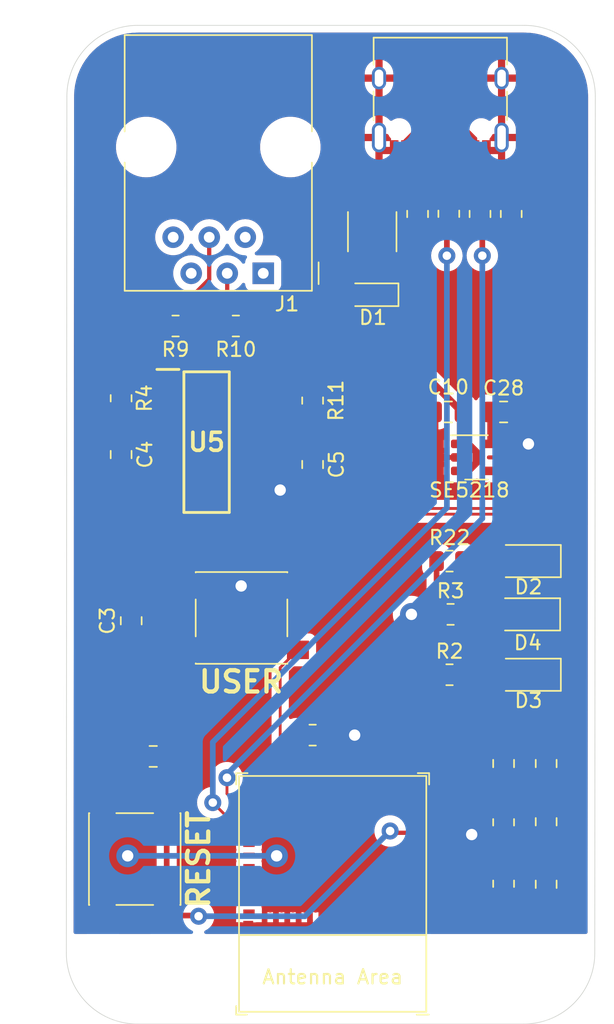
<source format=kicad_pcb>
(kicad_pcb (version 20211014) (generator pcbnew)
  (layers (0 "F.Cu" signal) (1 "In1.Cu" power "GND") (2 "In2.Cu" power "PWR") (31 "B.Cu" signal) (34 "B.Paste" user) (35 "F.Paste" user) (36 "B.SilkS" user "B.Silkscreen") (37 "F.SilkS" user "F.Silkscreen") (38 "B.Mask" user) (39 "F.Mask" user) (44 "Edge.Cuts" user))
  (net 0 "")
  (net 1 "GND")
  (net 2 "+5V")
  (net 3 "Net-(D1-Pad2)")
  (net 4 "Net-(F1-Pad1)")
  (net 5 "Net-(J2-PadA5)")
  (net 6 "Net-(J2-PadA6)")
  (net 7 "Net-(J2-PadA7)")
  (net 9 "Net-(J2-PadB5)")
  (net 11 "D-")
  (net 12 "D+")
  (net 13 "Net-(R28-Pad2)")
  (net 14 "+3.3V")
  (net 16 "GPIO_USER_SWITCH")
  (net 17 "Net-(C4-Pad2)")
  (net 18 "GPIO_LED_BLUE")
  (net 19 "Net-(D3-Pad2)")
  (net 20 "Net-(D2-Pad2)")
  (net 21 "EN")
  (net 22 "GPIO_LED_YELLOW")
  (net 23 "Net-(D4-Pad2)")
  (net 26 "Net-(J1-Pad3)")
  (net 28 "Net-(J1-Pad4)")
  (net 36 "Net-(R1-Pad2)")
  (net 45 "Net-(R4-Pad2)")
  (net 48 "Net-(R9-Pad1)")
  (net 50 "Net-(R10-Pad1)")
  (net 52 "Net-(R11-Pad2)")
  (net 59 "TX_ESP32")
  (net 60 "RX_ESP32")
  (footprint "Resistor_SMD:R_0805_2012Metric" (layer "F.Cu") (at 55.2625 51.25)
    (fp_text reference "R3" (at 0 -1.65) (layer "F.SilkS"))
    (fp_text value "470")
    (pad "1" smd roundrect (at -0.9125 0) (size 1.025 1.4) (layers "F.Cu" "F.Paste" "F.Mask") (roundrect_rratio 0.243902439) (net 14 "+3.3V"))
    (pad "2" smd roundrect (at 0.9125 0) (size 1.025 1.4) (layers "F.Cu" "F.Paste" "F.Mask") (roundrect_rratio 0.243902439) (net 23 "Net-(D4-Pad2)"))
  )
  (footprint "Package_TO_SOT_SMD:SOT-23-5" (layer "F.Cu") (at 57.0875 40.2)
    (fp_text reference "U8" hide)
    (fp_text value "SE5218")
    (pad "1" smd roundrect (at -1.1375 -0.95) (size 1.325 0.6) (layers "F.Cu" "F.Paste" "F.Mask") (net 2 "+5V"))
    (pad "2" smd roundrect (at -1.1375 0) (size 1.325 0.6) (layers "F.Cu" "F.Paste" "F.Mask") (net 1 "GND"))
    (pad "3" smd roundrect (at -1.1375 0.95) (size 1.325 0.6) (layers "F.Cu" "F.Paste" "F.Mask") (net 2 "+5V"))
    (pad "4" smd roundrect (at 1.1375 0.95) (size 1.325 0.6) (layers "F.Cu" "F.Paste" "F.Mask"))
    (pad "5" smd roundrect (at 1.1375 -0.95) (size 1.325 0.6) (layers "F.Cu" "F.Paste" "F.Mask") (net 14 "+3.3V"))
  )
  (footprint "Button_Switch_SMD:SW_Push_1P1T_NO_6x6mm_H9.5mm" (layer "F.Cu") (at 40.525 51.5 180)
    (fp_text reference "SW2" hide)
    (fp_text value "SW_Push")
    (pad "1" smd rect (at -3.975 -2.25 180) (size 1.55 1.3) (layers "F.Cu" "F.Paste" "F.Mask") (net 16 "GPIO_USER_SWITCH"))
    (pad "1" smd rect (at 3.975 -2.25 180) (size 1.55 1.3) (layers "F.Cu" "F.Paste" "F.Mask") (net 16 "GPIO_USER_SWITCH"))
    (pad "2" smd rect (at -3.975 2.25 180) (size 1.55 1.3) (layers "F.Cu" "F.Paste" "F.Mask") (net 14 "+3.3V"))
    (pad "2" smd rect (at 3.975 2.25 180) (size 1.55 1.3) (layers "F.Cu" "F.Paste" "F.Mask") (net 14 "+3.3V"))
  )
  (footprint "Connector_RJ:RJ12_Amphenol_54601" (layer "F.Cu") (at 42.0575 27.24 180)
    (fp_text reference "J1" (at -1.67 -2.16) (layer "F.SilkS"))
    (fp_text value "6P6C")
    (pad "" np_thru_hole circle (at -1.91 8.89 180) (size 3.25 3.25) (drill 3.25) (layers *.Cu *.Mask))
    (pad "" np_thru_hole circle (at 8.25 8.89 180) (size 3.25 3.25) (drill 3.25) (layers *.Cu *.Mask))
    (pad "1" thru_hole rect (at 0 0 180) (size 1.52 1.52) (drill 0.76) (layers *.Cu *.Mask))
    (pad "2" thru_hole circle (at 1.27 2.54 180) (size 1.52 1.52) (drill 0.76) (layers *.Cu *.Mask))
    (pad "3" thru_hole circle (at 2.54 0 180) (size 1.52 1.52) (drill 0.76) (layers *.Cu *.Mask) (net 26 "Net-(J1-Pad3)"))
    (pad "4" thru_hole circle (at 3.81 2.54 180) (size 1.52 1.52) (drill 0.76) (layers *.Cu *.Mask) (net 28 "Net-(J1-Pad4)"))
    (pad "5" thru_hole circle (at 5.08 0 180) (size 1.52 1.52) (drill 0.76) (layers *.Cu *.Mask))
    (pad "6" thru_hole circle (at 6.35 2.54 180) (size 1.52 1.52) (drill 0.76) (layers *.Cu *.Mask))
  )
  (footprint "Connector_USB:USB_C_Receptacle_HRO_TYPE-C-31-M-12" (layer "F.Cu") (at 54.5375 14.55 180)
    (fp_text reference "J2" hide)
    (fp_text value "USB_C_Receptacle_USB2.0")
    (pad "" np_thru_hole circle (at -2.89 -2.6 180) (size 0.65 0.65) (drill 0.65) (layers *.Cu *.Mask))
    (pad "" np_thru_hole circle (at 2.89 -2.6 180) (size 0.65 0.65) (drill 0.65) (layers *.Cu *.Mask))
    (pad "A1" smd rect (at -3.25 -4.045 180) (size 0.6 1.45) (layers "F.Cu" "F.Paste" "F.Mask") (net 1 "GND"))
    (pad "A4" smd rect (at -2.45 -4.045 180) (size 0.6 1.45) (layers "F.Cu" "F.Paste" "F.Mask") (net 4 "Net-(F1-Pad1)"))
    (pad "A5" smd rect (at -1.25 -4.045 180) (size 0.3 1.45) (layers "F.Cu" "F.Paste" "F.Mask") (net 5 "Net-(J2-PadA5)"))
    (pad "A6" smd rect (at -0.25 -4.045 180) (size 0.3 1.45) (layers "F.Cu" "F.Paste" "F.Mask") (net 6 "Net-(J2-PadA6)"))
    (pad "A7" smd rect (at 0.25 -4.045 180) (size 0.3 1.45) (layers "F.Cu" "F.Paste" "F.Mask") (net 7 "Net-(J2-PadA7)"))
    (pad "A8" smd rect (at 1.25 -4.045 180) (size 0.3 1.45) (layers "F.Cu" "F.Paste" "F.Mask"))
    (pad "A9" smd rect (at 2.45 -4.045 180) (size 0.6 1.45) (layers "F.Cu" "F.Paste" "F.Mask") (net 4 "Net-(F1-Pad1)"))
    (pad "A12" smd rect (at 3.25 -4.045 180) (size 0.6 1.45) (layers "F.Cu" "F.Paste" "F.Mask") (net 1 "GND"))
    (pad "B1" smd rect (at 3.25 -4.045 180) (size 0.6 1.45) (layers "F.Cu" "F.Paste" "F.Mask") (net 1 "GND"))
    (pad "B4" smd rect (at 2.45 -4.045 180) (size 0.6 1.45) (layers "F.Cu" "F.Paste" "F.Mask") (net 4 "Net-(F1-Pad1)"))
    (pad "B5" smd rect (at 1.75 -4.045 180) (size 0.3 1.45) (layers "F.Cu" "F.Paste" "F.Mask") (net 9 "Net-(J2-PadB5)"))
    (pad "B6" smd rect (at 0.75 -4.045 180) (size 0.3 1.45) (layers "F.Cu" "F.Paste" "F.Mask") (net 6 "Net-(J2-PadA6)"))
    (pad "B7" smd rect (at -0.75 -4.045 180) (size 0.3 1.45) (layers "F.Cu" "F.Paste" "F.Mask") (net 7 "Net-(J2-PadA7)"))
    (pad "B8" smd rect (at -1.75 -4.045 180) (size 0.3 1.45) (layers "F.Cu" "F.Paste" "F.Mask"))
    (pad "B9" smd rect (at -2.45 -4.045 180) (size 0.6 1.45) (layers "F.Cu" "F.Paste" "F.Mask") (net 4 "Net-(F1-Pad1)"))
    (pad "B12" smd rect (at -3.25 -4.045 180) (size 0.6 1.45) (layers "F.Cu" "F.Paste" "F.Mask") (net 1 "GND"))
    (pad "S1" thru_hole oval (at -4.32 1.05 180) (size 1 1.6) (drill oval 0.6 1.2) (layers *.Cu *.Mask) (net 1 "GND"))
    (pad "S1" thru_hole oval (at 4.32 1.05 180) (size 1 1.6) (drill oval 0.6 1.2) (layers *.Cu *.Mask) (net 1 "GND"))
    (pad "S1" thru_hole oval (at -4.32 -3.13 180) (size 1 2.1) (drill oval 0.6 1.7) (layers *.Cu *.Mask) (net 1 "GND"))
    (pad "S1" thru_hole oval (at 4.32 -3.13 180) (size 1 2.1) (drill oval 0.6 1.7) (layers *.Cu *.Mask) (net 1 "GND"))
  )
  (footprint "Resistor_SMD:R_0805_2012Metric" (layer "F.Cu") (at 45.5375 36.2 -90)
    (fp_text reference "R11" (at 0 -1.65 90) (layer "F.SilkS"))
    (fp_text value "100")
    (pad "1" smd roundrect (at -0.9125 0 270) (size 1.025 1.4) (layers "F.Cu" "F.Paste" "F.Mask") (roundrect_rratio 0.243902439) (net 1 "GND"))
    (pad "2" smd roundrect (at 0.9125 0 270) (size 1.025 1.4) (layers "F.Cu" "F.Paste" "F.Mask") (roundrect_rratio 0.243902439) (net 52 "Net-(R11-Pad2)"))
  )
  (footprint "LED_SMD:LED_1206_3216Metric" (layer "F.Cu") (at 60.7 51.25 180)
    (fp_text reference "D4" (at 0 -2) (layer "F.SilkS"))
    (fp_text value "LED_YELLOW")
    (pad "1" smd roundrect (at -1.4 0 180) (size 1.25 1.75) (layers "F.Cu" "F.Paste" "F.Mask") (roundrect_rratio 0.2) (net 22 "GPIO_LED_YELLOW"))
    (pad "2" smd roundrect (at 1.4 0 180) (size 1.25 1.75) (layers "F.Cu" "F.Paste" "F.Mask") (roundrect_rratio 0.2) (net 23 "Net-(D4-Pad2)"))
  )
  (footprint "Resistor_SMD:R_0805_2012Metric" (layer "F.Cu") (at 45.5375 59.75 180)
    (fp_text reference "R28" hide)
    (fp_text value "10k")
    (pad "1" smd roundrect (at -0.9125 0 180) (size 1.025 1.4) (layers "F.Cu" "F.Paste" "F.Mask") (roundrect_rratio 0.243902439) (net 14 "+3.3V"))
    (pad "2" smd roundrect (at 0.9125 0 180) (size 1.025 1.4) (layers "F.Cu" "F.Paste" "F.Mask") (roundrect_rratio 0.243902439) (net 13 "Net-(R28-Pad2)"))
  )
  (footprint "LED_SMD:LED_1206_3216Metric" (layer "F.Cu") (at 60.75 55.5 180)
    (fp_text reference "D3" (at 0 -1.82) (layer "F.SilkS"))
    (fp_text value "LED_BLUE")
    (pad "1" smd roundrect (at -1.4 0 180) (size 1.25 1.75) (layers "F.Cu" "F.Paste" "F.Mask") (roundrect_rratio 0.2) (net 18 "GPIO_LED_BLUE"))
    (pad "2" smd roundrect (at 1.4 0 180) (size 1.25 1.75) (layers "F.Cu" "F.Paste" "F.Mask") (roundrect_rratio 0.2) (net 19 "Net-(D3-Pad2)"))
  )
  (footprint "Resistor_SMD:R_0805_2012Metric" (layer "F.Cu") (at 52.9375 23.0625 90)
    (fp_text reference "R8" hide)
    (fp_text value "5k1")
    (pad "1" smd roundrect (at -0.9125 0 90) (size 1.025 1.4) (layers "F.Cu" "F.Paste" "F.Mask") (roundrect_rratio 0.243902439) (net 1 "GND"))
    (pad "2" smd roundrect (at 0.9125 0 90) (size 1.025 1.4) (layers "F.Cu" "F.Paste" "F.Mask") (roundrect_rratio 0.243902439) (net 9 "Net-(J2-PadB5)"))
  )
  (footprint "Capacitor_SMD:C_0805_2012Metric" (layer "F.Cu") (at 32.75 51.7 90)
    (fp_text reference "C3" (at 0 -1.68 90) (layer "F.SilkS"))
    (fp_text value "0.1u")
    (pad "1" smd roundrect (at -0.95 0 90) (size 1 1.45) (layers "F.Cu" "F.Paste" "F.Mask") (net 16 "GPIO_USER_SWITCH"))
    (pad "2" smd roundrect (at 0.95 0 90) (size 1 1.45) (layers "F.Cu" "F.Paste" "F.Mask") (net 14 "+3.3V"))
  )
  (footprint "Resistor_SMD:R_0805_2012Metric" (layer "F.Cu") (at 55.1375 23.05 90)
    (fp_text reference "R6" hide)
    (fp_text value "22")
    (pad "1" smd roundrect (at -0.9125 0 90) (size 1.025 1.4) (layers "F.Cu" "F.Paste" "F.Mask") (roundrect_rratio 0.243902439) (net 12 "D+"))
    (pad "2" smd roundrect (at 0.9125 0 90) (size 1.025 1.4) (layers "F.Cu" "F.Paste" "F.Mask") (roundrect_rratio 0.243902439) (net 6 "Net-(J2-PadA6)"))
  )
  (footprint "Resistor_SMD:R_0805_2012Metric" (layer "F.Cu") (at 57.3375 23.0625 -90)
    (fp_text reference "R5" hide)
    (fp_text value "22")
    (pad "1" smd roundrect (at -0.9125 0 270) (size 1.025 1.4) (layers "F.Cu" "F.Paste" "F.Mask") (roundrect_rratio 0.243902439) (net 7 "Net-(J2-PadA7)"))
    (pad "2" smd roundrect (at 0.9125 0 270) (size 1.025 1.4) (layers "F.Cu" "F.Paste" "F.Mask") (roundrect_rratio 0.243902439) (net 11 "D-"))
  )
  (footprint "Button_Switch_SMD:SW_Push_1P1T_NO_6x6mm_H9.5mm" (layer "F.Cu") (at 33 68.475 90)
    (fp_text reference "SW1" hide)
    (fp_text value "SW_Push")
    (pad "1" smd rect (at 3.975 -2.25 90) (size 1.55 1.3) (layers "F.Cu" "F.Paste" "F.Mask") (net 1 "GND"))
    (pad "1" smd rect (at -3.975 -2.25 90) (size 1.55 1.3) (layers "F.Cu" "F.Paste" "F.Mask") (net 1 "GND"))
    (pad "2" smd rect (at -3.975 2.25 90) (size 1.55 1.3) (layers "F.Cu" "F.Paste" "F.Mask") (net 21 "EN"))
    (pad "2" smd rect (at 3.975 2.25 90) (size 1.55 1.3) (layers "F.Cu" "F.Paste" "F.Mask") (net 21 "EN"))
  )
  (footprint "Capacitor_SMD:C_0805_2012Metric" (layer "F.Cu") (at 62 61.75 -90)
    (fp_text reference "C2" hide)
    (fp_text value "0.1u")
    (pad "1" smd roundrect (at -0.95 0 270) (size 1 1.45) (layers "F.Cu" "F.Paste" "F.Mask") (net 1 "GND"))
    (pad "2" smd roundrect (at 0.95 0 270) (size 1 1.45) (layers "F.Cu" "F.Paste" "F.Mask") (net 21 "EN"))
  )
  (footprint "Resistor_SMD:R_0805_2012Metric" (layer "F.Cu") (at 55.1875 47.5)
    (fp_text reference "R22" (at 0 -1.65) (layer "F.SilkS"))
    (fp_text value "470")
    (pad "1" smd roundrect (at -0.9125 0) (size 1.025 1.4) (layers "F.Cu" "F.Paste" "F.Mask") (roundrect_rratio 0.243902439) (net 14 "+3.3V"))
    (pad "2" smd roundrect (at 0.9125 0) (size 1.025 1.4) (layers "F.Cu" "F.Paste" "F.Mask") (roundrect_rratio 0.243902439) (net 20 "Net-(D2-Pad2)"))
  )
  (footprint "Resistor_SMD:R_0805_2012Metric" (layer "F.Cu") (at 59 65.8875 90)
    (fp_text reference "R21" hide)
    (fp_text value "1k")
    (pad "1" smd roundrect (at -0.9125 0 90) (size 1.025 1.4) (layers "F.Cu" "F.Paste" "F.Mask") (roundrect_rratio 0.243902439) (net 14 "+3.3V"))
    (pad "2" smd roundrect (at 0.9125 0 90) (size 1.025 1.4) (layers "F.Cu" "F.Paste" "F.Mask") (roundrect_rratio 0.243902439) (net 21 "EN"))
  )
  (footprint "Resistor_SMD:R_0805_2012Metric" (layer "F.Cu") (at 35.875 30.95 180)
    (fp_text reference "R9" (at 0 -1.65) (layer "F.SilkS"))
    (fp_text value "200")
    (pad "1" smd roundrect (at -0.9125 0 180) (size 1.025 1.4) (layers "F.Cu" "F.Paste" "F.Mask") (roundrect_rratio 0.243902439) (net 48 "Net-(R9-Pad1)"))
    (pad "2" smd roundrect (at 0.9125 0 180) (size 1.025 1.4) (layers "F.Cu" "F.Paste" "F.Mask") (roundrect_rratio 0.243902439) (net 28 "Net-(J1-Pad4)"))
  )
  (footprint "Capacitor_SMD:C_0805_2012Metric" (layer "F.Cu") (at 45.5375 40.7 -90)
    (fp_text reference "C5" (at 0 -1.68 90) (layer "F.SilkS"))
    (fp_text value "2u2")
    (pad "1" smd roundrect (at -0.95 0 270) (size 1 1.45) (layers "F.Cu" "F.Paste" "F.Mask") (net 1 "GND"))
    (pad "2" smd roundrect (at 0.95 0 270) (size 1 1.45) (layers "F.Cu" "F.Paste" "F.Mask") (net 14 "+3.3V"))
  )
  (footprint "Capacitor_SMD:C_0805_2012Metric" (layer "F.Cu") (at 55.1 37 180)
    (fp_text reference "C10" (at 0 1.75) (layer "F.SilkS"))
    (fp_text value "2u2")
    (pad "1" smd roundrect (at -0.95 0 180) (size 1 1.45) (layers "F.Cu" "F.Paste" "F.Mask") (net 2 "+5V"))
    (pad "2" smd roundrect (at 0.95 0 180) (size 1 1.45) (layers "F.Cu" "F.Paste" "F.Mask") (net 1 "GND"))
  )
  (footprint "Resistor_SMD:R_0805_2012Metric" (layer "F.Cu") (at 59.5375 23.0625 -90)
    (fp_text reference "R7" hide)
    (fp_text value "5k1")
    (pad "1" smd roundrect (at -0.9125 0 270) (size 1.025 1.4) (layers "F.Cu" "F.Paste" "F.Mask") (roundrect_rratio 0.243902439) (net 5 "Net-(J2-PadA5)"))
    (pad "2" smd roundrect (at 0.9125 0 270) (size 1.025 1.4) (layers "F.Cu" "F.Paste" "F.Mask") (roundrect_rratio 0.243902439) (net 1 "GND"))
  )
  (footprint "Capacitor_SMD:C_0805_2012Metric" (layer "F.Cu") (at 59 61.75 -90)
    (fp_text reference "C6" hide)
    (fp_text value "1u")
    (pad "1" smd roundrect (at -0.95 0 270) (size 1 1.45) (layers "F.Cu" "F.Paste" "F.Mask") (net 1 "GND"))
    (pad "2" smd roundrect (at 0.95 0 270) (size 1 1.45) (layers "F.Cu" "F.Paste" "F.Mask") (net 21 "EN"))
  )
  (footprint "Resistor_SMD:R_0805_2012Metric" (layer "F.Cu") (at 40.125 30.95 180)
    (fp_text reference "R10" (at 0 -1.65) (layer "F.SilkS"))
    (fp_text value "200")
    (pad "1" smd roundrect (at -0.9125 0 180) (size 1.025 1.4) (layers "F.Cu" "F.Paste" "F.Mask") (roundrect_rratio 0.243902439) (net 50 "Net-(R10-Pad1)"))
    (pad "2" smd roundrect (at 0.9125 0 180) (size 1.025 1.4) (layers "F.Cu" "F.Paste" "F.Mask") (roundrect_rratio 0.243902439) (net 26 "Net-(J1-Pad3)"))
  )
  (footprint "Capacitor_SMD:C_0805_2012Metric" (layer "F.Cu") (at 62 70.25 90)
    (fp_text reference "C19" hide)
    (fp_text value "10u")
    (pad "1" smd roundrect (at -0.95 0 90) (size 1 1.45) (layers "F.Cu" "F.Paste" "F.Mask") (net 1 "GND"))
    (pad "2" smd roundrect (at 0.95 0 90) (size 1 1.45) (layers "F.Cu" "F.Paste" "F.Mask") (net 14 "+3.3V"))
  )
  (footprint "Resistor_SMD:R_0805_2012Metric" (layer "F.Cu") (at 59 70.2125 90)
    (fp_text reference "R1" hide)
    (fp_text value "10k")
    (pad "1" smd roundrect (at -0.9125 0 90) (size 1.025 1.4) (layers "F.Cu" "F.Paste" "F.Mask") (roundrect_rratio 0.243902439) (net 14 "+3.3V"))
    (pad "2" smd roundrect (at 0.9125 0 90) (size 1.025 1.4) (layers "F.Cu" "F.Paste" "F.Mask") (roundrect_rratio 0.243902439) (net 36 "Net-(R1-Pad2)"))
  )
  (footprint "Capacitor_SMD:C_0805_2012Metric" (layer "F.Cu") (at 34.3 61.25)
    (fp_text reference "C1" hide)
    (fp_text value "0.1u")
    (pad "1" smd roundrect (at -0.95 0) (size 1 1.45) (layers "F.Cu" "F.Paste" "F.Mask") (net 1 "GND"))
    (pad "2" smd roundrect (at 0.95 0) (size 1 1.45) (layers "F.Cu" "F.Paste" "F.Mask") (net 21 "EN"))
  )
  (footprint "Fuse:Fuse_1812_4532Metric" (layer "F.Cu") (at 49.7375 24.3125 -90)
    (fp_text reference "F1" hide)
    (fp_text value "Fuse")
    (pad "1" smd roundrect (at -2.1375 0 270) (size 1.125 3.4) (layers "F.Cu" "F.Paste" "F.Mask") (roundrect_rratio 0.2222222222) (net 4 "Net-(F1-Pad1)"))
    (pad "2" smd roundrect (at 2.1375 0 270) (size 1.125 3.4) (layers "F.Cu" "F.Paste" "F.Mask") (roundrect_rratio 0.2222222222) (net 3 "Net-(D1-Pad2)"))
  )
  (footprint "LED_SMD:LED_1206_3216Metric" (layer "F.Cu") (at 60.75 47.5 180)
    (fp_text reference "D2" (at 0 -1.82) (layer "F.SilkS"))
    (fp_text value "LED_GREEN_3V3")
    (pad "1" smd roundrect (at -1.4 0 180) (size 1.25 1.75) (layers "F.Cu" "F.Paste" "F.Mask") (roundrect_rratio 0.2) (net 1 "GND"))
    (pad "2" smd roundrect (at 1.4 0 180) (size 1.25 1.75) (layers "F.Cu" "F.Paste" "F.Mask") (roundrect_rratio 0.2) (net 20 "Net-(D2-Pad2)"))
  )
  (footprint "Capacitor_SMD:C_0805_2012Metric" (layer "F.Cu") (at 62 65.85 -90)
    (fp_text reference "C17" hide)
    (fp_text value "0.1u")
    (pad "1" smd roundrect (at -0.95 0 270) (size 1 1.45) (layers "F.Cu" "F.Paste" "F.Mask") (net 1 "GND"))
    (pad "2" smd roundrect (at 0.95 0 270) (size 1 1.45) (layers "F.Cu" "F.Paste" "F.Mask") (net 14 "+3.3V"))
  )
  (footprint "Capacitor_SMD:C_0805_2012Metric" (layer "F.Cu") (at 32.0375 40 -90)
    (fp_text reference "C4" (at 0 -1.68 90) (layer "F.SilkS"))
    (fp_text value "0.22u")
    (pad "1" smd roundrect (at -0.95 0 270) (size 1 1.45) (layers "F.Cu" "F.Paste" "F.Mask") (net 1 "GND"))
    (pad "2" smd roundrect (at 0.95 0 270) (size 1 1.45) (layers "F.Cu" "F.Paste" "F.Mask") (net 17 "Net-(C4-Pad2)"))
  )
  (footprint "Onsemi:SOIC127P600X175-16N" (layer "F.Cu") (at 38.0625 39.125)
    (fp_text reference "U5" (at 0 0) (layer "F.SilkS") (effects (font (size 1.27 1.27) (thickness 0.254))))
    (fp_text value "NCN5150DG" hide)
    (pad "1" smd rect locked (at -2.725 -4.445 90) (size 0.65 1.55) (layers "F.Cu" "F.Paste" "F.Mask") (net 48 "Net-(R9-Pad1)"))
    (pad "2" smd rect locked (at -2.725 -3.175 90) (size 0.65 1.55) (layers "F.Cu" "F.Paste" "F.Mask"))
    (pad "3" smd rect locked (at -2.725 -1.905 90) (size 0.65 1.55) (layers "F.Cu" "F.Paste" "F.Mask"))
    (pad "4" smd rect locked (at -2.725 -0.635 90) (size 0.65 1.55) (layers "F.Cu" "F.Paste" "F.Mask") (net 45 "Net-(R4-Pad2)"))
    (pad "5" smd rect locked (at -2.725 0.635 90) (size 0.65 1.55) (layers "F.Cu" "F.Paste" "F.Mask"))
    (pad "6" smd rect locked (at -2.725 1.905 90) (size 0.65 1.55) (layers "F.Cu" "F.Paste" "F.Mask") (net 17 "Net-(C4-Pad2)"))
    (pad "7" smd rect locked (at -2.725 3.175 90) (size 0.65 1.55) (layers "F.Cu" "F.Paste" "F.Mask"))
    (pad "8" smd rect locked (at -2.725 4.445 90) (size 0.65 1.55) (layers "F.Cu" "F.Paste" "F.Mask") (net 60 "RX_ESP32"))
    (pad "9" smd rect locked (at 2.725 4.445 90) (size 0.65 1.55) (layers "F.Cu" "F.Paste" "F.Mask") (net 14 "+3.3V"))
    (pad "10" smd rect locked (at 2.725 3.175 90) (size 0.65 1.55) (layers "F.Cu" "F.Paste" "F.Mask"))
    (pad "11" smd rect locked (at 2.725 1.905 90) (size 0.65 1.55) (layers "F.Cu" "F.Paste" "F.Mask") (net 14 "+3.3V"))
    (pad "12" smd rect locked (at 2.725 0.635 90) (size 0.65 1.55) (layers "F.Cu" "F.Paste" "F.Mask"))
    (pad "13" smd rect locked (at 2.725 -0.635 90) (size 0.65 1.55) (layers "F.Cu" "F.Paste" "F.Mask") (net 59 "TX_ESP32"))
    (pad "14" smd rect locked (at 2.725 -1.905 90) (size 0.65 1.55) (layers "F.Cu" "F.Paste" "F.Mask") (net 52 "Net-(R11-Pad2)"))
    (pad "15" smd rect locked (at 2.725 -3.175 90) (size 0.65 1.55) (layers "F.Cu" "F.Paste" "F.Mask") (net 1 "GND"))
    (pad "16" smd rect locked (at 2.725 -4.445 90) (size 0.65 1.55) (layers "F.Cu" "F.Paste" "F.Mask") (net 50 "Net-(R10-Pad1)"))
  )
  (footprint "Resistor_SMD:R_0805_2012Metric" (layer "F.Cu") (at 32.0375 36.0375 -90)
    (fp_text reference "R4" (at 0 -1.65 90) (layer "F.SilkS"))
    (fp_text value "30k")
    (pad "1" smd roundrect (at -0.9125 0 270) (size 1.025 1.4) (layers "F.Cu" "F.Paste" "F.Mask") (roundrect_rratio 0.243902439) (net 1 "GND"))
    (pad "2" smd roundrect (at 0.9125 0 270) (size 1.025 1.4) (layers "F.Cu" "F.Paste" "F.Mask") (roundrect_rratio 0.243902439) (net 45 "Net-(R4-Pad2)"))
  )
  (footprint "Resistor_SMD:R_0805_2012Metric" (layer "F.Cu") (at 55.1875 55.5)
    (fp_text reference "R2" (at 0 -1.65) (layer "F.SilkS"))
    (fp_text value "470")
    (pad "1" smd roundrect (at -0.9125 0) (size 1.025 1.4) (layers "F.Cu" "F.Paste" "F.Mask") (roundrect_rratio 0.243902439) (net 14 "+3.3V"))
    (pad "2" smd roundrect (at 0.9125 0) (size 1.025 1.4) (layers "F.Cu" "F.Paste" "F.Mask") (roundrect_rratio 0.243902439) (net 19 "Net-(D3-Pad2)"))
  )
  (footprint "Diode_SMD:D_TUMD2" (layer "F.Cu") (at 49.7875 28.75 180)
    (fp_text reference "D1" (at 0 -1.6) (layer "F.SilkS"))
    (fp_text value "D_Schottky")
    (pad "1" smd rect (at -0.65 0) (size 2 1.1) (layers "F.Cu" "F.Paste" "F.Mask") (net 2 "+5V"))
    (pad "2" smd rect (at 1.25 0) (size 0.8 1.1) (layers "F.Cu" "F.Paste" "F.Mask") (net 3 "Net-(D1-Pad2)"))
  )
  (footprint "Capacitor_SMD:C_0805_2012Metric" (layer "F.Cu") (at 59 37)
    (fp_text reference "C28" (at 0 -1.68) (layer "F.SilkS"))
    (fp_text value "2u2")
    (pad "1" smd roundrect (at -0.95 0) (size 1 1.45) (layers "F.Cu" "F.Paste" "F.Mask") (net 14 "+3.3V"))
    (pad "2" smd roundrect (at 0.95 0) (size 1 1.45) (layers "F.Cu" "F.Paste" "F.Mask") (net 1 "GND"))
  )
  (footprint "Espressif:ESP32-C3-MINI-1" (layer "F.Cu") (at 46.95 70.925 180)
    (fp_text reference "U1" hide)
    (fp_text value "ESP32-C3-MINI-1")
    (fp_text user "Antenna Area" (at 0 -5.85) (layer "F.SilkS"))
    (pad "1" smd rect (at -5.9 -1.3 270) (size 0.4 0.8) (layers "F.Cu" "F.Paste" "F.Mask") (net 1 "GND"))
    (pad "2" smd rect (at -5.9 -0.5 270) (size 0.4 0.8) (layers "F.Cu" "F.Paste" "F.Mask") (net 1 "GND"))
    (pad "3" smd rect (at -5.9 0.3 270) (size 0.4 0.8) (layers "F.Cu" "F.Paste" "F.Mask") (net 14 "+3.3V"))
    (pad "4" smd rect (at -5.9 1.1 270) (size 0.4 0.8) (layers "F.Cu" "F.Paste" "F.Mask"))
    (pad "5" smd rect (at -5.9 1.9 270) (size 0.4 0.8) (layers "F.Cu" "F.Paste" "F.Mask") (net 36 "Net-(R1-Pad2)"))
    (pad "6" smd rect (at -5.9 2.7 270) (size 0.4 0.8) (layers "F.Cu" "F.Paste" "F.Mask"))
    (pad "7" smd rect (at -5.9 3.5 270) (size 0.4 0.8) (layers "F.Cu" "F.Paste" "F.Mask"))
    (pad "8" smd rect (at -5.9 4.3 270) (size 0.4 0.8) (layers "F.Cu" "F.Paste" "F.Mask") (net 21 "EN"))
    (pad "9" smd rect (at -5.9 5.1 270) (size 0.4 0.8) (layers "F.Cu" "F.Paste" "F.Mask"))
    (pad "10" smd rect (at -5.9 5.9 270) (size 0.4 0.8) (layers "F.Cu" "F.Paste" "F.Mask"))
    (pad "11" smd rect (at -5.9 6.7 270) (size 0.4 0.8) (layers "F.Cu" "F.Paste" "F.Mask") (net 1 "GND"))
    (pad "12" smd rect (at -4.8 7.6 180) (size 0.4 0.8) (layers "F.Cu" "F.Paste" "F.Mask"))
    (pad "13" smd rect (at -4 7.6 180) (size 0.4 0.8) (layers "F.Cu" "F.Paste" "F.Mask"))
    (pad "14" smd rect (at -3.2 7.6 180) (size 0.4 0.8) (layers "F.Cu" "F.Paste" "F.Mask") (net 1 "GND"))
    (pad "15" smd rect (at -2.4 7.6 180) (size 0.4 0.8) (layers "F.Cu" "F.Paste" "F.Mask"))
    (pad "16" smd rect (at -1.6 7.6 180) (size 0.4 0.8) (layers "F.Cu" "F.Paste" "F.Mask"))
    (pad "17" smd rect (at -0.8 7.6 180) (size 0.4 0.8) (layers "F.Cu" "F.Paste" "F.Mask"))
    (pad "18" smd rect (at 0 7.6 180) (size 0.4 0.8) (layers "F.Cu" "F.Paste" "F.Mask") (net 59 "TX_ESP32"))
    (pad "19" smd rect (at 0.8 7.6 180) (size 0.4 0.8) (layers "F.Cu" "F.Paste" "F.Mask") (net 60 "RX_ESP32"))
    (pad "20" smd rect (at 1.6 7.6 180) (size 0.4 0.8) (layers "F.Cu" "F.Paste" "F.Mask") (net 22 "GPIO_LED_YELLOW"))
    (pad "21" smd rect (at 2.4 7.6 180) (size 0.4 0.8) (layers "F.Cu" "F.Paste" "F.Mask") (net 18 "GPIO_LED_BLUE"))
    (pad "22" smd rect (at 3.2 7.6 180) (size 0.4 0.8) (layers "F.Cu" "F.Paste" "F.Mask") (net 13 "Net-(R28-Pad2)"))
    (pad "23" smd rect (at 4 7.6 180) (size 0.4 0.8) (layers "F.Cu" "F.Paste" "F.Mask") (net 16 "GPIO_USER_SWITCH"))
    (pad "24" smd rect (at 4.8 7.6 180) (size 0.4 0.8) (layers "F.Cu" "F.Paste" "F.Mask"))
    (pad "25" smd rect (at 5.9 6.7 270) (size 0.4 0.8) (layers "F.Cu" "F.Paste" "F.Mask"))
    (pad "26" smd rect (at 5.9 5.9 270) (size 0.4 0.8) (layers "F.Cu" "F.Paste" "F.Mask") (net 11 "D-"))
    (pad "27" smd rect (at 5.9 5.1 270) (size 0.4 0.8) (layers "F.Cu" "F.Paste" "F.Mask") (net 12 "D+"))
    (pad "28" smd rect (at 5.9 4.3 270) (size 0.4 0.8) (layers "F.Cu" "F.Paste" "F.Mask"))
    (pad "29" smd rect (at 5.9 3.5 270) (size 0.4 0.8) (layers "F.Cu" "F.Paste" "F.Mask"))
    (pad "30" smd rect (at 5.9 2.7 270) (size 0.4 0.8) (layers "F.Cu" "F.Paste" "F.Mask"))
    (pad "31" smd rect (at 5.9 1.9 270) (size 0.4 0.8) (layers "F.Cu" "F.Paste" "F.Mask"))
    (pad "32" smd rect (at 5.9 1.1 270) (size 0.4 0.8) (layers "F.Cu" "F.Paste" "F.Mask"))
    (pad "33" smd rect (at 5.9 0.3 270) (size 0.4 0.8) (layers "F.Cu" "F.Paste" "F.Mask"))
    (pad "34" smd rect (at 5.9 -0.5 270) (size 0.4 0.8) (layers "F.Cu" "F.Paste" "F.Mask"))
    (pad "35" smd rect (at 5.9 -1.3 270) (size 0.4 0.8) (layers "F.Cu" "F.Paste" "F.Mask"))
    (pad "36" smd rect (at 4.8 -2.2 180) (size 0.4 0.8) (layers "F.Cu" "F.Paste" "F.Mask") (net 1 "GND"))
    (pad "37" smd rect (at 4 -2.2 180) (size 0.4 0.8) (layers "F.Cu" "F.Paste" "F.Mask") (net 1 "GND"))
    (pad "38" smd rect (at 3.2 -2.2 180) (size 0.4 0.8) (layers "F.Cu" "F.Paste" "F.Mask") (net 1 "GND"))
    (pad "39" smd rect (at 2.4 -2.2 180) (size 0.4 0.8) (layers "F.Cu" "F.Paste" "F.Mask") (net 1 "GND"))
    (pad "40" smd rect (at 1.6 -2.2 180) (size 0.4 0.8) (layers "F.Cu" "F.Paste" "F.Mask") (net 1 "GND"))
    (pad "41" smd rect (at 0.8 -2.2 180) (size 0.4 0.8) (layers "F.Cu" "F.Paste" "F.Mask") (net 1 "GND"))
    (pad "42" smd rect (at 0 -2.2 180) (size 0.4 0.8) (layers "F.Cu" "F.Paste" "F.Mask") (net 1 "GND"))
    (pad "43" smd rect (at -0.8 -2.2 180) (size 0.4 0.8) (layers "F.Cu" "F.Paste" "F.Mask") (net 1 "GND"))
    (pad "44" smd rect (at -1.6 -2.2 180) (size 0.4 0.8) (layers "F.Cu" "F.Paste" "F.Mask") (net 1 "GND"))
    (pad "45" smd rect (at -2.4 -2.2 180) (size 0.4 0.8) (layers "F.Cu" "F.Paste" "F.Mask") (net 1 "GND"))
    (pad "46" smd rect (at -3.2 -2.2 180) (size 0.4 0.8) (layers "F.Cu" "F.Paste" "F.Mask") (net 1 "GND"))
    (pad "47" smd rect (at -4 -2.2 180) (size 0.4 0.8) (layers "F.Cu" "F.Paste" "F.Mask") (net 1 "GND"))
    (pad "48" smd rect (at -4.8 -2.2 180) (size 0.4 0.8) (layers "F.Cu" "F.Paste" "F.Mask") (net 1 "GND"))
    (pad "49" smd rect (at 0 2.7 270) (size 1.45 1.45) (layers "F.Cu" "F.Paste" "F.Mask") (net 1 "GND"))
    (pad "49" smd rect (at 0 4.675 270) (size 1.45 1.45) (layers "F.Cu" "F.Paste" "F.Mask") (net 1 "GND"))
    (pad "49" smd custom (at -1.975 0.725 180) (size 0.8 0.8) (layers "F.Cu" "F.Paste" "F.Mask") (net 1 "GND") (options (clearance outline) (anchor rect)) (primitives (gr_poly (pts (xy 0.725 0.725) (xy -0.725 0.725) (xy -0.725 -0.125) (xy -0.125 -0.725) (xy 0.725 -0.725)) (width 0) (fill yes))))
    (pad "49" smd rect (at 1.975 4.675 270) (size 1.45 1.45) (layers "F.Cu" "F.Paste" "F.Mask") (net 1 "GND"))
    (pad "49" smd rect (at 1.975 2.7 270) (size 1.45 1.45) (layers "F.Cu" "F.Paste" "F.Mask") (net 1 "GND"))
    (pad "49" smd rect (at -1.975 2.7 270) (size 1.45 1.45) (layers "F.Cu" "F.Paste" "F.Mask") (net 1 "GND"))
    (pad "49" smd rect (at 1.975 0.725 270) (size 1.45 1.45) (layers "F.Cu" "F.Paste" "F.Mask") (net 1 "GND"))
    (pad "49" smd rect (at -1.975 4.675 270) (size 1.45 1.45) (layers "F.Cu" "F.Paste" "F.Mask") (net 1 "GND"))
    (pad "49" smd rect (at 0 0.725 270) (size 1.45 1.45) (layers "F.Cu" "F.Paste" "F.Mask") (net 1 "GND"))
    (pad "50" smd rect (at 5.95 -2.25 270) (size 0.7 0.7) (layers "F.Cu" "F.Paste" "F.Mask") (net 1 "GND"))
    (pad "51" smd rect (at 5.95 7.65 270) (size 0.7 0.7) (layers "F.Cu" "F.Paste" "F.Mask") (net 1 "GND"))
    (pad "52" smd rect (at -5.95 7.65 270) (size 0.7 0.7) (layers "F.Cu" "F.Paste" "F.Mask") (net 1 "GND"))
    (pad "53" smd rect (at -5.95 -2.25 270) (size 0.7 0.7) (layers "F.Cu" "F.Paste" "F.Mask") (net 1 "GND"))
  )
  (gr_arc (start 33.176966 80.085534) (mid 29.641432 78.621068) (end 28.176966 75.085534) (layer "Edge.Cuts") (width 0.05))
  (gr_line (start 65.464466 14.785534) (end 65.426966 75.085534) (layer "Edge.Cuts") (width 0.05))
  (gr_line (start 60.426966 80.085534) (end 33.176966 80.085534) (layer "Edge.Cuts") (width 0.05))
  (gr_arc (start 60.464466 9.785534) (mid 64 11.25) (end 65.464466 14.785534) (layer "Edge.Cuts") (width 0.05))
  (gr_arc (start 28.214466 14.785534) (mid 29.678932 11.25) (end 33.214466 9.785534) (layer "Edge.Cuts") (width 0.05))
  (gr_line (start 33.214466 9.785534) (end 60.464466 9.785534) (layer "Edge.Cuts") (width 0.05))
  (gr_arc (start 65.426966 75.085534) (mid 63.9625 78.621068) (end 60.426966 80.085534) (layer "Edge.Cuts") (width 0.05))
  (gr_line (start 28.176966 75.085534) (end 28.214466 14.785534) (layer "Edge.Cuts") (width 0.05))
  (gr_text "RESET" (at 37.5 68.5 90) (layer "F.SilkS") (effects (font (size 1.5 1.5) (thickness 0.3))))
  (gr_text "USER" (at 40.5 56) (layer "F.SilkS") (effects (font (size 1.5 1.5) (thickness 0.3))))
  (gr_text "SE5218" (at 56.5875 42.5) (layer "F.SilkS") (effects (font (size 1 1))))
  (segment (start 52.9 63.275) (end 56.525 63.275) (width 0.4) (layer "F.Cu") (net 1))
  (segment (start 50.15 63.9) (end 50.475 64.225) (width 0.2) (layer "F.Cu") (net 1))
  (segment (start 56.525 63.275) (end 59 60.8) (width 0.4) (layer "F.Cu") (net 1))
  (segment (start 50.475 64.225) (end 52.85 64.225) (width 0.2) (layer "F.Cu") (net 1))
  (segment (start 50.15 63.325) (end 50.15 63.9) (width 0.2) (layer "F.Cu") (net 1))
  (via (at 43 68.25) (size 1.6) (drill 0.8) (layers "F.Cu" "B.Cu") (net 1))
  (via (at 32.5 68.25) (size 1.6) (drill 0.8) (layers "F.Cu" "B.Cu") (net 1))
  (segment (start 43 68.25) (end 32.5 68.25) (width 0.4) (layer "B.Cu") (net 1))
  (segment (start 56.511028 41.15) (end 57.0625 40.598528) (width 0.5) (layer "F.Cu") (net 2))
  (segment (start 55.95 39.25) (end 55.95 37.1) (width 0.5) (layer "F.Cu") (net 2))
  (segment (start 50.4375 31.3875) (end 50.4375 28.75) (width 0.5) (layer "F.Cu") (net 2))
  (segment (start 55.95 37.1) (end 56.05 37) (width 0.5) (layer "F.Cu") (net 2))
  (segment (start 57.0625 39.801472) (end 56.511028 39.25) (width 0.5) (layer "F.Cu") (net 2))
  (segment (start 56.05 37) (end 50.4375 31.3875) (width 0.5) (layer "F.Cu") (net 2))
  (segment (start 56.511028 39.25) (end 55.95 39.25) (width 0.5) (layer "F.Cu") (net 2))
  (segment (start 55.95 41.15) (end 56.511028 41.15) (width 0.5) (layer "F.Cu") (net 2))
  (segment (start 57.0625 40.598528) (end 57.0625 39.801472) (width 0.5) (layer "F.Cu") (net 2))
  (segment (start 48.5375 27.65) (end 49.7375 26.45) (width 0.5) (layer "F.Cu") (net 3))
  (segment (start 48.5375 28.75) (end 48.5375 27.65) (width 0.5) (layer "F.Cu") (net 3))
  (segment (start 56.9875 17.7625) (end 56.345 17.12) (width 0.3) (layer "F.Cu") (net 4))
  (segment (start 56.345 17.12) (end 52.88 17.12) (width 0.3) (layer "F.Cu") (net 4))
  (segment (start 52.0875 18.595) (end 52.0875 19.825) (width 0.5) (layer "F.Cu") (net 4))
  (segment (start 52.88 17.12) (end 52.0875 17.9125) (width 0.3) (layer "F.Cu") (net 4))
  (segment (start 52.0875 19.825) (end 49.7375 22.175) (width 0.5) (layer "F.Cu") (net 4))
  (segment (start 56.9875 18.595) (end 56.9875 17.7625) (width 0.3) (layer "F.Cu") (net 4))
  (segment (start 52.0875 17.9125) (end 52.0875 18.595) (width 0.3) (layer "F.Cu") (net 4))
  (segment (start 58.6375 21.25) (end 59.5375 22.15) (width 0.2) (layer "F.Cu") (net 5))
  (segment (start 55.7875 19.57) (end 57.4675 21.25) (width 0.2) (layer "F.Cu") (net 5))
  (segment (start 57.4675 21.25) (end 58.6375 21.25) (width 0.2) (layer "F.Cu") (net 5))
  (segment (start 55.7875 18.595) (end 55.7875 19.57) (width 0.2) (layer "F.Cu") (net 5))
  (segment (start 55.1375 22.1375) (end 55.1375 20.1375) (width 0.2) (layer "F.Cu") (net 6))
  (segment (start 54.7875 19.7875) (end 54.7875 18.595) (width 0.2) (layer "F.Cu") (net 6))
  (segment (start 55.1375 20.1375) (end 54.7875 19.7875) (width 0.2) (layer "F.Cu") (net 6))
  (segment (start 54.005 19.7875) (end 54.7875 19.7875) (width 0.2) (layer "F.Cu") (net 6))
  (segment (start 53.7875 18.595) (end 53.7875 19.57) (width 0.2) (layer "F.Cu") (net 6))
  (segment (start 53.7875 19.57) (end 54.005 19.7875) (width 0.2) (layer "F.Cu") (net 6))
  (segment (start 54.2875 17.62) (end 54.3375 17.57) (width 0.2) (layer "F.Cu") (net 7))
  (segment (start 55.2875 19.721814) (end 57.3375 21.771814) (width 0.2) (layer "F.Cu") (net 7))
  (segment (start 55.2875 18.595) (end 55.2875 19.721814) (width 0.2) (layer "F.Cu") (net 7))
  (segment (start 54.2875 18.595) (end 54.2875 17.62) (width 0.2) (layer "F.Cu") (net 7))
  (segment (start 55.2375 17.57) (end 55.2875 17.62) (width 0.2) (layer "F.Cu") (net 7))
  (segment (start 57.3375 21.771814) (end 57.3375 22.15) (width 0.2) (layer "F.Cu") (net 7))
  (segment (start 55.2875 17.62) (end 55.2875 18.595) (width 0.2) (layer "F.Cu") (net 7))
  (segment (start 54.3375 17.57) (end 55.2375 17.57) (width 0.2) (layer "F.Cu") (net 7))
  (segment (start 52.7875 22) (end 52.9375 22.15) (width 0.2) (layer "F.Cu") (net 9))
  (segment (start 52.7875 18.595) (end 52.7875 22) (width 0.2) (layer "F.Cu") (net 9))
  (segment (start 57.5 24.1375) (end 57.3375 23.975) (width 0.4) (layer "F.Cu") (net 11))
  (segment (start 39.5 62.75) (end 39.5 63.875) (width 0.2) (layer "F.Cu") (net 11))
  (segment (start 40.65 65.025) (end 41.05 65.025) (width 0.2) (layer "F.Cu") (net 11))
  (segment (start 57.5 26) (end 57.5 24.1375) (width 0.4) (layer "F.Cu") (net 11))
  (segment (start 39.5 63.875) (end 40.65 65.025) (width 0.2) (layer "F.Cu") (net 11))
  (via (at 57.5 26) (size 1.2) (drill 0.6) (layers "F.Cu" "B.Cu") (net 11))
  (via (at 39.5 62.75) (size 1.2) (drill 0.6) (layers "F.Cu" "B.Cu") (net 11))
  (segment (start 57.5 44.5) (end 39.5 62.5) (width 0.4) (layer "B.Cu") (net 11))
  (segment (start 57.5 26) (end 57.5 44.5) (width 0.4) (layer "B.Cu") (net 11))
  (segment (start 39.5 62.5) (end 39.5 62.75) (width 0.4) (layer "B.Cu") (net 11))
  (segment (start 41.05 65.825) (end 39.825 65.825) (width 0.2) (layer "F.Cu") (net 12))
  (segment (start 55 26) (end 55 24.1) (width 0.4) (layer "F.Cu") (net 12))
  (segment (start 39.825 65.825) (end 38.5 64.5) (width 0.2) (layer "F.Cu") (net 12))
  (segment (start 55 24.1) (end 55.1375 23.9625) (width 0.4) (layer "F.Cu") (net 12))
  (via (at 55 26) (size 1.2) (drill 0.6) (layers "F.Cu" "B.Cu") (net 12))
  (via (at 38.5 64.5) (size 1.2) (drill 0.6) (layers "F.Cu" "B.Cu") (net 12))
  (segment (start 55 26) (end 55 43.75) (width 0.4) (layer "B.Cu") (net 12))
  (segment (start 38.5 60.25) (end 38.5 64.5) (width 0.4) (layer "B.Cu") (net 12))
  (segment (start 55 43.75) (end 38.5 60.25) (width 0.4) (layer "B.Cu") (net 12))
  (segment (start 43.75 63.325) (end 43.75 60.625) (width 0.2) (layer "F.Cu") (net 13))
  (segment (start 43.75 60.625) (end 44.625 59.75) (width 0.2) (layer "F.Cu") (net 13))
  (segment (start 58.05 37) (end 58.05 39.075) (width 0.4) (layer "F.Cu") (net 14))
  (segment (start 45.5375 41.65) (end 44.1 41.65) (width 0.4) (layer "F.Cu") (net 14))
  (segment (start 44.1 41.65) (end 43.25 42.5) (width 0.4) (layer "F.Cu") (net 14))
  (segment (start 42.18 43.57) (end 43.25 42.5) (width 0.4) (layer "F.Cu") (net 14))
  (segment (start 58.95 66.75) (end 59 66.8) (width 0.4) (layer "F.Cu") (net 14))
  (segment (start 62 66.8) (end 62 69.3) (width 0.4) (layer "F.Cu") (net 14))
  (segment (start 54.275 51.175) (end 54.35 51.25) (width 0.4) (layer "F.Cu") (net 14))
  (segment (start 40.7875 41.03) (end 41.78 41.03) (width 0.4) (layer "F.Cu") (net 14))
  (segment (start 34.25 49.25) (end 32.75 50.75) (width 0.4) (layer "F.Cu") (net 14))
  (segment (start 54.275 47.5) (end 54.275 51.175) (width 0.4) (layer "F.Cu") (net 14))
  (segment (start 54.35 55.425) (end 54.275 55.5) (width 0.4) (layer "F.Cu") (net 14))
  (segment (start 60.75 39.25) (end 58.225 39.25) (width 0.4) (layer "F.Cu") (net 14))
  (segment (start 60.175 71.125) (end 62 69.3) (width 0.4) (layer "F.Cu") (net 14))
  (segment (start 40.7875 43.57) (end 42.18 43.57) (width 0.4) (layer "F.Cu") (net 14))
  (segment (start 36.55 49.25) (end 34.25 49.25) (width 0.4) (layer "F.Cu") (net 14))
  (segment (start 48.5 59.75) (end 46.45 59.75) (width 0.4) (layer "F.Cu") (net 14))
  (segment (start 58.05 39.075) (end 58.225 39.25) (width 0.4) (layer "F.Cu") (net 14))
  (segment (start 54.35 51.25) (end 54.35 55.425) (width 0.4) (layer "F.Cu") (net 14))
  (segment (start 44.5 49.25) (end 40.5 49.25) (width 0.4) (layer "F.Cu") (net 14))
  (segment (start 59 71.125) (end 60.175 71.125) (width 0.4) (layer "F.Cu") (net 14))
  (segment (start 52.85 70.625) (end 58.5 70.625) (width 0.3) (layer "F.Cu") (net 14))
  (segment (start 54.35 51.25) (end 52.5 51.25) (width 0.4) (layer "F.Cu") (net 14))
  (segment (start 56.75 66.75) (end 58.95 66.75) (width 0.4) (layer "F.Cu") (net 14))
  (segment (start 59 66.8) (end 62 66.8) (width 0.4) (layer "F.Cu") (net 14))
  (segment (start 41.78 41.03) (end 43.25 42.5) (width 0.4) (layer "F.Cu") (net 14))
  (segment (start 58.5 70.625) (end 59 71.125) (width 0.3) (layer "F.Cu") (net 14))
  (segment (start 40.5 49.25) (end 36.55 49.25) (width 0.4) (layer "F.Cu") (net 14))
  (via (at 43.25 42.5) (size 1.6) (drill 0.8) (layers "F.Cu" "B.Cu") (net 14))
  (via (at 56.75 66.75) (size 1.6) (drill 0.8) (layers "F.Cu" "B.Cu") (net 14))
  (via (at 52.5 51.25) (size 1.6) (drill 0.8) (layers "F.Cu" "B.Cu") (net 14))
  (via (at 60.75 39.25) (size 1.6) (drill 0.8) (layers "F.Cu" "B.Cu") (net 14))
  (via (at 48.5 59.75) (size 1.6) (drill 0.8) (layers "F.Cu" "B.Cu") (net 14))
  (via (at 40.5 49.25) (size 1.6) (drill 0.8) (layers "F.Cu" "B.Cu") (net 14))
  (segment (start 44.5 53.75) (end 36.55 53.75) (width 0.4) (layer "F.Cu") (net 16))
  (segment (start 36.55 53.75) (end 33.85 53.75) (width 0.4) (layer "F.Cu") (net 16))
  (segment (start 43.25 55) (end 44.5 53.75) (width 0.2) (layer "F.Cu") (net 16))
  (segment (start 33.85 53.75) (end 32.75 52.65) (width 0.4) (layer "F.Cu") (net 16))
  (segment (start 42.95 63.325) (end 43.25 63.025) (width 0.2) (layer "F.Cu") (net 16))
  (segment (start 43.25 63.025) (end 43.25 55) (width 0.2) (layer "F.Cu") (net 16))
  (segment (start 35.3375 41.03) (end 32.1175 41.03) (width 0.3) (layer "F.Cu") (net 17))
  (segment (start 32.1175 41.03) (end 32.0375 40.95) (width 0.3) (layer "F.Cu") (net 17))
  (segment (start 46.249999 60.934315) (end 44.55 62.634314) (width 0.2) (layer "F.Cu") (net 18))
  (segment (start 62.15 55.5) (end 60.3 57.35) (width 0.2) (layer "F.Cu") (net 18))
  (segment (start 57.084315 57.35) (end 53.5 60.934315) (width 0.2) (layer "F.Cu") (net 18))
  (segment (start 44.55 62.634314) (end 44.55 63.325) (width 0.2) (layer "F.Cu") (net 18))
  (segment (start 53.5 60.934315) (end 46.249999 60.934315) (width 0.2) (layer "F.Cu") (net 18))
  (segment (start 60.3 57.35) (end 57.084315 57.35) (width 0.2) (layer "F.Cu") (net 18))
  (segment (start 59.35 55.5) (end 56.1 55.5) (width 0.4) (layer "F.Cu") (net 19))
  (segment (start 59.35 47.5) (end 56.1 47.5) (width 0.4) (layer "F.Cu") (net 20))
  (segment (start 35.25 64.5) (end 35.25 72.45) (width 0.4) (layer "F.Cu") (net 21))
  (segment (start 52.85 66.625) (end 51.125 66.625) (width 0.3) (layer "F.Cu") (net 21))
  (segment (start 37.45 72.45) (end 37.5 72.5) (width 0.4) (layer "F.Cu") (net 21))
  (segment (start 51.125 66.625) (end 51 66.5) (width 0.3) (layer "F.Cu") (net 21))
  (segment (start 35.25 72.45) (end 37.45 72.45) (width 0.4) (layer "F.Cu") (net 21))
  (segment (start 35.25 64.5) (end 35.25 61.25) (width 0.4) (layer "F.Cu") (net 21))
  (segment (start 56.275 64.975) (end 59 64.975) (width 0.3) (layer "F.Cu") (net 21))
  (segment (start 52.85 66.625) (end 54.625 66.625) (width 0.3) (layer "F.Cu") (net 21))
  (segment (start 59 62.7) (end 59 64.975) (width 0.4) (layer "F.Cu") (net 21))
  (segment (start 54.625 66.625) (end 56.275 64.975) (width 0.3) (layer "F.Cu") (net 21))
  (segment (start 62 62.7) (end 59 62.7) (width 0.4) (layer "F.Cu") (net 21))
  (via (at 37.5 72.5) (size 1.2) (drill 0.6) (layers "F.Cu" "B.Cu") (net 21))
  (via (at 51 66.5) (size 1.2) (drill 0.6) (layers "F.Cu" "B.Cu") (net 21))
  (segment (start 45 72.5) (end 51 66.5) (width 0.4) (layer "B.Cu") (net 21))
  (segment (start 37.5 72.5) (end 45 72.5) (width 0.4) (layer "B.Cu") (net 21))
  (segment (start 61.75 57.75) (end 57.25 57.75) (width 0.2) (layer "F.Cu") (net 22))
  (segment (start 45.35 62.4) (end 45.35 63.325) (width 0.2) (layer "F.Cu") (net 22))
  (segment (start 62.1 51.25) (end 63.075 52.225) (width 0.2) (layer "F.Cu") (net 22))
  (segment (start 57.25 57.75) (end 53.5 61.5) (width 0.2) (layer "F.Cu") (net 22))
  (segment (start 63.075 56.425) (end 61.75 57.75) (width 0.2) (layer "F.Cu") (net 22))
  (segment (start 46.25 61.5) (end 45.35 62.4) (width 0.2) (layer "F.Cu") (net 22))
  (segment (start 63.075 52.225) (end 63.075 56.425) (width 0.2) (layer "F.Cu") (net 22))
  (segment (start 53.5 61.5) (end 46.25 61.5) (width 0.2) (layer "F.Cu") (net 22))
  (segment (start 59.3 51.25) (end 56.175 51.25) (width 0.4) (layer "F.Cu") (net 23))
  (segment (start 39.2125 30.95) (end 39.5175 30.645) (width 0.3) (layer "F.Cu") (net 26))
  (segment (start 39.5175 30.645) (end 39.5175 27.24) (width 0.3) (layer "F.Cu") (net 26))
  (segment (start 38.2475 24.7) (end 38.2475 27.665) (width 0.3) (layer "F.Cu") (net 28))
  (segment (start 38.2475 27.665) (end 34.9625 30.95) (width 0.3) (layer "F.Cu") (net 28))
  (segment (start 58.725 69.025) (end 59 69.3) (width 0.3) (layer "F.Cu") (net 36))
  (segment (start 52.85 69.025) (end 58.725 69.025) (width 0.3) (layer "F.Cu") (net 36))
  (segment (start 35.3375 38.49) (end 33.5775 38.49) (width 0.3) (layer "F.Cu") (net 45))
  (segment (start 33.5775 38.49) (end 32.0375 36.95) (width 0.3) (layer "F.Cu") (net 45))
  (segment (start 36.7875 30.95) (end 35.3375 32.4) (width 0.3) (layer "F.Cu") (net 48))
  (segment (start 35.3375 32.4) (end 35.3375 34.68) (width 0.3) (layer "F.Cu") (net 48))
  (segment (start 40.7875 31.2) (end 40.7875 34.68) (width 0.3) (layer "F.Cu") (net 50))
  (segment (start 41.0375 30.95) (end 40.7875 31.2) (width 0.3) (layer "F.Cu") (net 50))
  (segment (start 45.43 37.22) (end 40.7875 37.22) (width 0.4) (layer "F.Cu") (net 52))
  (segment (start 45.5375 37.1125) (end 45.43 37.22) (width 0.4) (layer "F.Cu") (net 52))
  (segment (start 49.185317 43.795) (end 60.788502 43.795) (width 0.2) (layer "F.Cu") (net 59))
  (segment (start 46.95 62.925) (end 46.95 63.325) (width 0.2) (layer "F.Cu") (net 59))
  (segment (start 43.2975 40.55) (end 45.940317 40.55) (width 0.2) (layer "F.Cu") (net 59))
  (segment (start 62.081372 58.55) (end 59.015686 58.55) (width 0.2) (layer "F.Cu") (net 59))
  (segment (start 45.940317 40.55) (end 49.185317 43.795) (width 0.2) (layer "F.Cu") (net 59))
  (segment (start 60.788502 43.795) (end 63.875 46.881497) (width 0.2) (layer "F.Cu") (net 59))
  (segment (start 63.875 56.756371) (end 62.081372 58.55) (width 0.2) (layer "F.Cu") (net 59))
  (segment (start 47.475 62.4) (end 46.95 62.925) (width 0.2) (layer "F.Cu") (net 59))
  (segment (start 55.165686 62.4) (end 47.475 62.4) (width 0.2) (layer "F.Cu") (net 59))
  (segment (start 40.7875 38.49) (end 41.2375 38.49) (width 0.2) (layer "F.Cu") (net 59))
  (segment (start 59.015686 58.55) (end 55.165686 62.4) (width 0.2) (layer "F.Cu") (net 59))
  (segment (start 63.875 46.881497) (end 63.875 56.756371) (width 0.2) (layer "F.Cu") (net 59))
  (segment (start 41.2375 38.49) (end 43.2975 40.55) (width 0.2) (layer "F.Cu") (net 59))
  (segment (start 63.475 47.047183) (end 60.622817 44.195) (width 0.2) (layer "F.Cu") (net 60))
  (segment (start 60.622817 44.195) (end 35.9625 44.195) (width 0.2) (layer "F.Cu") (net 60))
  (segment (start 58.85 58.15) (end 61.915686 58.15) (width 0.2) (layer "F.Cu") (net 60))
  (segment (start 55 62) (end 58.85 58.15) (width 0.2) (layer "F.Cu") (net 60))
  (segment (start 35.9625 44.195) (end 35.3375 43.57) (width 0.2) (layer "F.Cu") (net 60))
  (segment (start 46.15 62.6) (end 46.75 62) (width 0.2) (layer "F.Cu") (net 60))
  (segment (start 46.75 62) (end 55 62) (width 0.2) (layer "F.Cu") (net 60))
  (segment (start 46.15 63.325) (end 46.15 62.6) (width 0.2) (layer "F.Cu") (net 60))
  (segment (start 63.475 56.590686) (end 63.475 47.047183) (width 0.2) (layer "F.Cu") (net 60))
  (segment (start 61.915686 58.15) (end 63.475 56.590686) (width 0.2) (layer "F.Cu") (net 60))
  (zone (net 1) (net_name "GND") (layer "F.Cu") (connect_pads (clearance 0.508)) (min_thickness 0.254) (fill yes (thermal_gap 0.508) (thermal_bridge_width 0.508))
    (polygon (pts (xy 65.5 73.75) (xy 23.5 73.75) (xy 23.5 8) (xy 65.5 8)))
  )
  (zone (net 14) (net_name "+3.3V") (layer "B.Cu") (connect_pads (clearance 0.508)) (min_thickness 0.254) (fill yes (thermal_gap 0.508) (thermal_bridge_width 0.508))
    (polygon (pts (xy 65.5 73.75) (xy 23.5 73.75) (xy 23.5 8) (xy 65.5 8)))
  )
)
</source>
